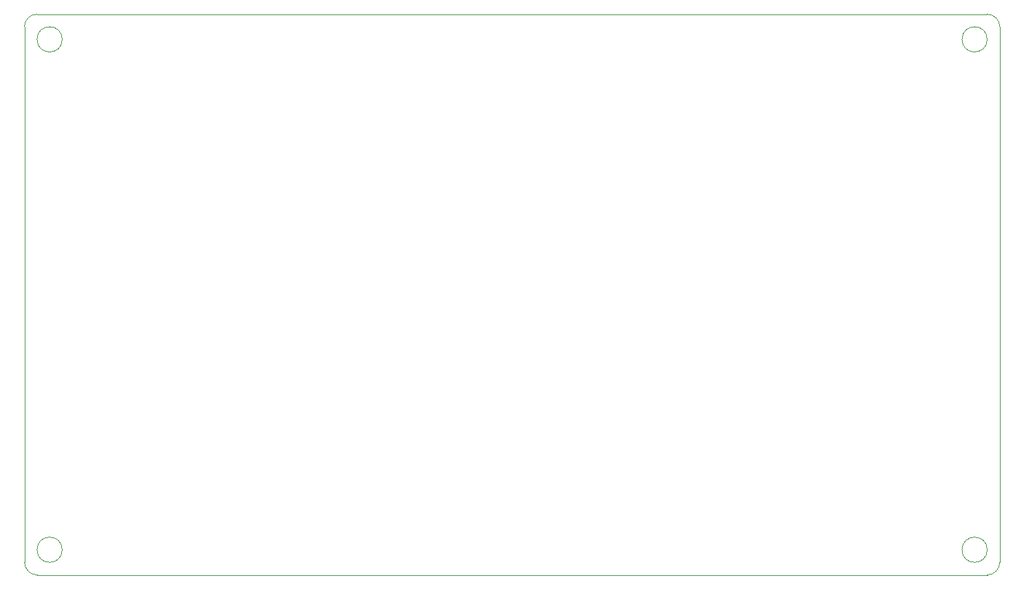
<source format=gbr>
%TF.GenerationSoftware,KiCad,Pcbnew,(6.0.6)*%
%TF.CreationDate,2023-08-16T17:32:26+09:00*%
%TF.ProjectId,TestBoard,54657374-426f-4617-9264-2e6b69636164,rev?*%
%TF.SameCoordinates,PX6c56600PY7f867c0*%
%TF.FileFunction,Profile,NP*%
%FSLAX46Y46*%
G04 Gerber Fmt 4.6, Leading zero omitted, Abs format (unit mm)*
G04 Created by KiCad (PCBNEW (6.0.6)) date 2023-08-16 17:32:26*
%MOMM*%
%LPD*%
G01*
G04 APERTURE LIST*
%TA.AperFunction,Profile*%
%ADD10C,0.010000*%
%TD*%
G04 APERTURE END LIST*
D10*
X119999968Y67450000D02*
G75*
G03*
X118440000Y69000000I-1559968J-10000D01*
G01*
X0Y67450000D02*
X0Y1550000D01*
X120000000Y67450000D02*
X120000000Y1560000D01*
X4650000Y65900000D02*
G75*
G03*
X4650000Y65900000I-1550000J0D01*
G01*
X118450000Y65900000D02*
G75*
G03*
X118450000Y65900000I-1550000J0D01*
G01*
X118450000Y32D02*
G75*
G03*
X120000000Y1560000I-10000J1559968D01*
G01*
X118440000Y69000000D02*
X1550000Y69000000D01*
X118450000Y3100000D02*
G75*
G03*
X118450000Y3100000I-1550000J0D01*
G01*
X10052Y1550001D02*
G75*
G03*
X1590000Y0I1572848J22999D01*
G01*
X4650000Y3100000D02*
G75*
G03*
X4650000Y3100000I-1550000J0D01*
G01*
X1550000Y69000000D02*
G75*
G03*
X0Y67450000I0J-1550000D01*
G01*
X118450000Y0D02*
X1590000Y0D01*
M02*

</source>
